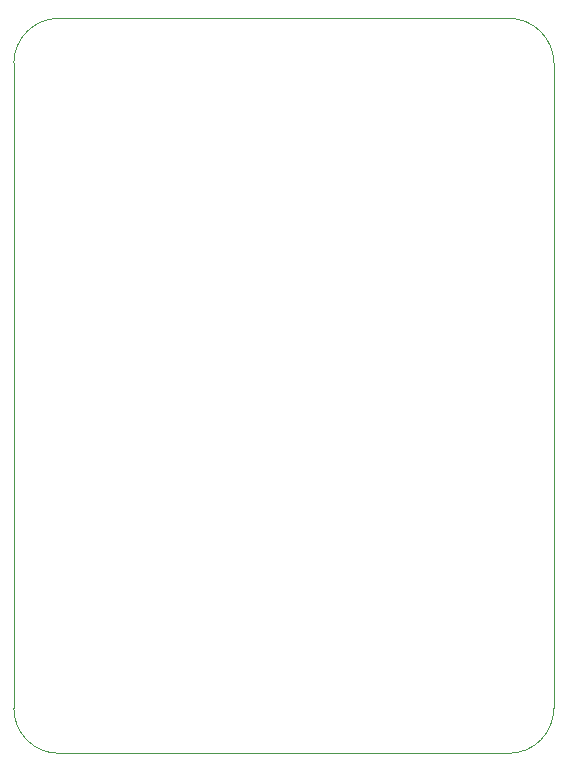
<source format=gbr>
%TF.GenerationSoftware,KiCad,Pcbnew,5.1.6*%
%TF.CreationDate,2020-07-18T11:56:48+12:00*%
%TF.ProjectId,microbit-enviromonitor-board,6d696372-6f62-4697-942d-656e7669726f,rev?*%
%TF.SameCoordinates,Original*%
%TF.FileFunction,Profile,NP*%
%FSLAX46Y46*%
G04 Gerber Fmt 4.6, Leading zero omitted, Abs format (unit mm)*
G04 Created by KiCad (PCBNEW 5.1.6) date 2020-07-18 11:56:48*
%MOMM*%
%LPD*%
G01*
G04 APERTURE LIST*
%TA.AperFunction,Profile*%
%ADD10C,0.050000*%
%TD*%
G04 APERTURE END LIST*
D10*
X0Y-3810000D02*
G75*
G02*
X3810000Y0I3810000J0D01*
G01*
X41910000Y0D02*
G75*
G02*
X45720000Y-3810000I0J-3810000D01*
G01*
X45720000Y-58420000D02*
G75*
G02*
X41910000Y-62230000I-3810000J0D01*
G01*
X3810000Y-62230000D02*
G75*
G02*
X0Y-58420000I0J3810000D01*
G01*
X45720000Y-58420000D02*
X45720000Y-3810000D01*
X3810000Y-62230000D02*
X41910000Y-62230000D01*
X0Y-3810000D02*
X0Y-58420000D01*
X3810000Y0D02*
X41910000Y0D01*
M02*

</source>
